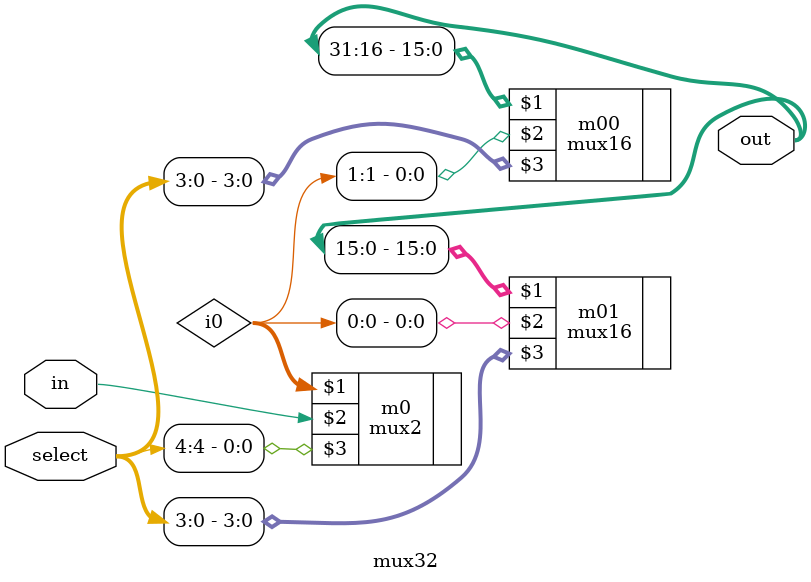
<source format=v>
module mux32(out, in, select);
	output[31:0] out;
	input[4:0] select;
	input in;
	
	// Layer Interconnects
	wire[1:0] i0;
	
	// Layer 0
	mux2 m0(i0, in, select[4]);
	
	// Layer 1
	mux16 m00(out[31:16], i0[1], select[3:0]);
	mux16 m01(out[15:0], i0[0], select[3:0]);
endmodule
</source>
